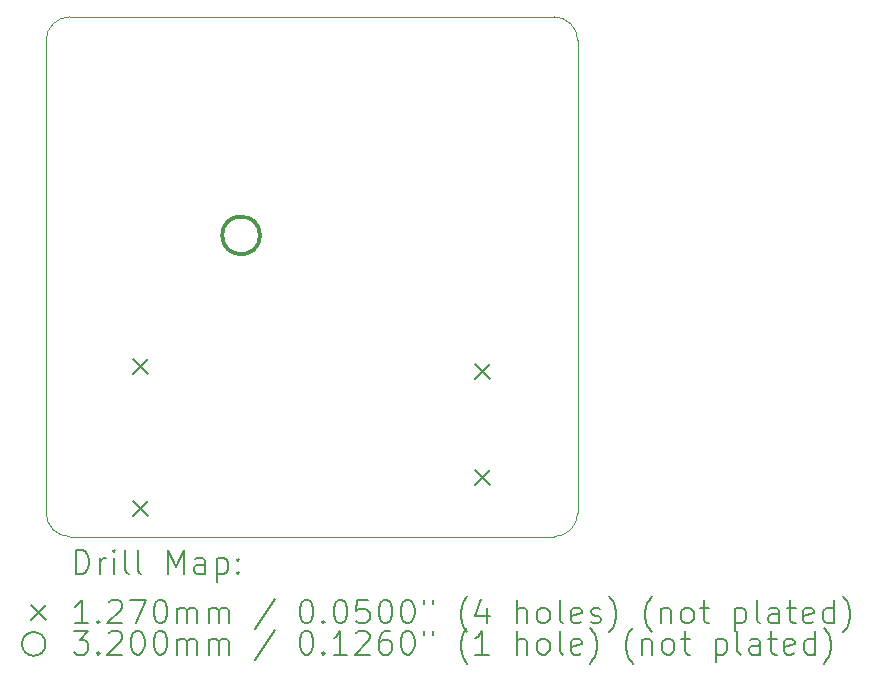
<source format=gbr>
%TF.GenerationSoftware,KiCad,Pcbnew,(6.0.7)*%
%TF.CreationDate,2022-12-11T16:44:10+01:00*%
%TF.ProjectId,StartStop_PCB,53746172-7453-4746-9f70-5f5043422e6b,rev?*%
%TF.SameCoordinates,Original*%
%TF.FileFunction,Drillmap*%
%TF.FilePolarity,Positive*%
%FSLAX45Y45*%
G04 Gerber Fmt 4.5, Leading zero omitted, Abs format (unit mm)*
G04 Created by KiCad (PCBNEW (6.0.7)) date 2022-12-11 16:44:10*
%MOMM*%
%LPD*%
G01*
G04 APERTURE LIST*
%ADD10C,0.100000*%
%ADD11C,0.200000*%
%ADD12C,0.127000*%
%ADD13C,0.320000*%
G04 APERTURE END LIST*
D10*
X14400000Y-8100000D02*
G75*
G03*
X14600000Y-7900000I0J200000D01*
G01*
X10300000Y-3700000D02*
G75*
G03*
X10100000Y-3900000I0J-200000D01*
G01*
X14600000Y-7900000D02*
X14600000Y-3900000D01*
X14400000Y-3700000D02*
X10300000Y-3700000D01*
X10100000Y-3900000D02*
X10100000Y-7900000D01*
X14600000Y-3900000D02*
G75*
G03*
X14400000Y-3700000I-200000J0D01*
G01*
X10100000Y-7900000D02*
G75*
G03*
X10300000Y-8100000I200000J0D01*
G01*
X10300000Y-8100000D02*
X14400000Y-8100000D01*
D11*
D12*
X10838600Y-6596100D02*
X10965600Y-6723100D01*
X10965600Y-6596100D02*
X10838600Y-6723100D01*
X10838600Y-7796100D02*
X10965600Y-7923100D01*
X10965600Y-7796100D02*
X10838600Y-7923100D01*
X13732500Y-6636600D02*
X13859500Y-6763600D01*
X13859500Y-6636600D02*
X13732500Y-6763600D01*
X13732500Y-7536600D02*
X13859500Y-7663600D01*
X13859500Y-7536600D02*
X13732500Y-7663600D01*
D13*
X11910000Y-5550000D02*
G75*
G03*
X11910000Y-5550000I-160000J0D01*
G01*
D11*
X10352619Y-8415476D02*
X10352619Y-8215476D01*
X10400238Y-8215476D01*
X10428810Y-8225000D01*
X10447857Y-8244048D01*
X10457381Y-8263095D01*
X10466905Y-8301190D01*
X10466905Y-8329762D01*
X10457381Y-8367857D01*
X10447857Y-8386905D01*
X10428810Y-8405952D01*
X10400238Y-8415476D01*
X10352619Y-8415476D01*
X10552619Y-8415476D02*
X10552619Y-8282143D01*
X10552619Y-8320238D02*
X10562143Y-8301190D01*
X10571667Y-8291667D01*
X10590714Y-8282143D01*
X10609762Y-8282143D01*
X10676429Y-8415476D02*
X10676429Y-8282143D01*
X10676429Y-8215476D02*
X10666905Y-8225000D01*
X10676429Y-8234524D01*
X10685952Y-8225000D01*
X10676429Y-8215476D01*
X10676429Y-8234524D01*
X10800238Y-8415476D02*
X10781190Y-8405952D01*
X10771667Y-8386905D01*
X10771667Y-8215476D01*
X10905000Y-8415476D02*
X10885952Y-8405952D01*
X10876429Y-8386905D01*
X10876429Y-8215476D01*
X11133571Y-8415476D02*
X11133571Y-8215476D01*
X11200238Y-8358333D01*
X11266905Y-8215476D01*
X11266905Y-8415476D01*
X11447857Y-8415476D02*
X11447857Y-8310714D01*
X11438333Y-8291667D01*
X11419286Y-8282143D01*
X11381190Y-8282143D01*
X11362143Y-8291667D01*
X11447857Y-8405952D02*
X11428809Y-8415476D01*
X11381190Y-8415476D01*
X11362143Y-8405952D01*
X11352619Y-8386905D01*
X11352619Y-8367857D01*
X11362143Y-8348809D01*
X11381190Y-8339286D01*
X11428809Y-8339286D01*
X11447857Y-8329762D01*
X11543095Y-8282143D02*
X11543095Y-8482143D01*
X11543095Y-8291667D02*
X11562143Y-8282143D01*
X11600238Y-8282143D01*
X11619286Y-8291667D01*
X11628809Y-8301190D01*
X11638333Y-8320238D01*
X11638333Y-8377381D01*
X11628809Y-8396429D01*
X11619286Y-8405952D01*
X11600238Y-8415476D01*
X11562143Y-8415476D01*
X11543095Y-8405952D01*
X11724048Y-8396429D02*
X11733571Y-8405952D01*
X11724048Y-8415476D01*
X11714524Y-8405952D01*
X11724048Y-8396429D01*
X11724048Y-8415476D01*
X11724048Y-8291667D02*
X11733571Y-8301190D01*
X11724048Y-8310714D01*
X11714524Y-8301190D01*
X11724048Y-8291667D01*
X11724048Y-8310714D01*
D12*
X9968000Y-8681500D02*
X10095000Y-8808500D01*
X10095000Y-8681500D02*
X9968000Y-8808500D01*
D11*
X10457381Y-8835476D02*
X10343095Y-8835476D01*
X10400238Y-8835476D02*
X10400238Y-8635476D01*
X10381190Y-8664048D01*
X10362143Y-8683095D01*
X10343095Y-8692619D01*
X10543095Y-8816429D02*
X10552619Y-8825952D01*
X10543095Y-8835476D01*
X10533571Y-8825952D01*
X10543095Y-8816429D01*
X10543095Y-8835476D01*
X10628810Y-8654524D02*
X10638333Y-8645000D01*
X10657381Y-8635476D01*
X10705000Y-8635476D01*
X10724048Y-8645000D01*
X10733571Y-8654524D01*
X10743095Y-8673571D01*
X10743095Y-8692619D01*
X10733571Y-8721190D01*
X10619286Y-8835476D01*
X10743095Y-8835476D01*
X10809762Y-8635476D02*
X10943095Y-8635476D01*
X10857381Y-8835476D01*
X11057381Y-8635476D02*
X11076429Y-8635476D01*
X11095476Y-8645000D01*
X11105000Y-8654524D01*
X11114524Y-8673571D01*
X11124048Y-8711667D01*
X11124048Y-8759286D01*
X11114524Y-8797381D01*
X11105000Y-8816429D01*
X11095476Y-8825952D01*
X11076429Y-8835476D01*
X11057381Y-8835476D01*
X11038333Y-8825952D01*
X11028810Y-8816429D01*
X11019286Y-8797381D01*
X11009762Y-8759286D01*
X11009762Y-8711667D01*
X11019286Y-8673571D01*
X11028810Y-8654524D01*
X11038333Y-8645000D01*
X11057381Y-8635476D01*
X11209762Y-8835476D02*
X11209762Y-8702143D01*
X11209762Y-8721190D02*
X11219286Y-8711667D01*
X11238333Y-8702143D01*
X11266905Y-8702143D01*
X11285952Y-8711667D01*
X11295476Y-8730714D01*
X11295476Y-8835476D01*
X11295476Y-8730714D02*
X11305000Y-8711667D01*
X11324048Y-8702143D01*
X11352619Y-8702143D01*
X11371667Y-8711667D01*
X11381190Y-8730714D01*
X11381190Y-8835476D01*
X11476428Y-8835476D02*
X11476428Y-8702143D01*
X11476428Y-8721190D02*
X11485952Y-8711667D01*
X11505000Y-8702143D01*
X11533571Y-8702143D01*
X11552619Y-8711667D01*
X11562143Y-8730714D01*
X11562143Y-8835476D01*
X11562143Y-8730714D02*
X11571667Y-8711667D01*
X11590714Y-8702143D01*
X11619286Y-8702143D01*
X11638333Y-8711667D01*
X11647857Y-8730714D01*
X11647857Y-8835476D01*
X12038333Y-8625952D02*
X11866905Y-8883095D01*
X12295476Y-8635476D02*
X12314524Y-8635476D01*
X12333571Y-8645000D01*
X12343095Y-8654524D01*
X12352619Y-8673571D01*
X12362143Y-8711667D01*
X12362143Y-8759286D01*
X12352619Y-8797381D01*
X12343095Y-8816429D01*
X12333571Y-8825952D01*
X12314524Y-8835476D01*
X12295476Y-8835476D01*
X12276428Y-8825952D01*
X12266905Y-8816429D01*
X12257381Y-8797381D01*
X12247857Y-8759286D01*
X12247857Y-8711667D01*
X12257381Y-8673571D01*
X12266905Y-8654524D01*
X12276428Y-8645000D01*
X12295476Y-8635476D01*
X12447857Y-8816429D02*
X12457381Y-8825952D01*
X12447857Y-8835476D01*
X12438333Y-8825952D01*
X12447857Y-8816429D01*
X12447857Y-8835476D01*
X12581190Y-8635476D02*
X12600238Y-8635476D01*
X12619286Y-8645000D01*
X12628809Y-8654524D01*
X12638333Y-8673571D01*
X12647857Y-8711667D01*
X12647857Y-8759286D01*
X12638333Y-8797381D01*
X12628809Y-8816429D01*
X12619286Y-8825952D01*
X12600238Y-8835476D01*
X12581190Y-8835476D01*
X12562143Y-8825952D01*
X12552619Y-8816429D01*
X12543095Y-8797381D01*
X12533571Y-8759286D01*
X12533571Y-8711667D01*
X12543095Y-8673571D01*
X12552619Y-8654524D01*
X12562143Y-8645000D01*
X12581190Y-8635476D01*
X12828809Y-8635476D02*
X12733571Y-8635476D01*
X12724048Y-8730714D01*
X12733571Y-8721190D01*
X12752619Y-8711667D01*
X12800238Y-8711667D01*
X12819286Y-8721190D01*
X12828809Y-8730714D01*
X12838333Y-8749762D01*
X12838333Y-8797381D01*
X12828809Y-8816429D01*
X12819286Y-8825952D01*
X12800238Y-8835476D01*
X12752619Y-8835476D01*
X12733571Y-8825952D01*
X12724048Y-8816429D01*
X12962143Y-8635476D02*
X12981190Y-8635476D01*
X13000238Y-8645000D01*
X13009762Y-8654524D01*
X13019286Y-8673571D01*
X13028809Y-8711667D01*
X13028809Y-8759286D01*
X13019286Y-8797381D01*
X13009762Y-8816429D01*
X13000238Y-8825952D01*
X12981190Y-8835476D01*
X12962143Y-8835476D01*
X12943095Y-8825952D01*
X12933571Y-8816429D01*
X12924048Y-8797381D01*
X12914524Y-8759286D01*
X12914524Y-8711667D01*
X12924048Y-8673571D01*
X12933571Y-8654524D01*
X12943095Y-8645000D01*
X12962143Y-8635476D01*
X13152619Y-8635476D02*
X13171667Y-8635476D01*
X13190714Y-8645000D01*
X13200238Y-8654524D01*
X13209762Y-8673571D01*
X13219286Y-8711667D01*
X13219286Y-8759286D01*
X13209762Y-8797381D01*
X13200238Y-8816429D01*
X13190714Y-8825952D01*
X13171667Y-8835476D01*
X13152619Y-8835476D01*
X13133571Y-8825952D01*
X13124048Y-8816429D01*
X13114524Y-8797381D01*
X13105000Y-8759286D01*
X13105000Y-8711667D01*
X13114524Y-8673571D01*
X13124048Y-8654524D01*
X13133571Y-8645000D01*
X13152619Y-8635476D01*
X13295476Y-8635476D02*
X13295476Y-8673571D01*
X13371667Y-8635476D02*
X13371667Y-8673571D01*
X13666905Y-8911667D02*
X13657381Y-8902143D01*
X13638333Y-8873571D01*
X13628809Y-8854524D01*
X13619286Y-8825952D01*
X13609762Y-8778333D01*
X13609762Y-8740238D01*
X13619286Y-8692619D01*
X13628809Y-8664048D01*
X13638333Y-8645000D01*
X13657381Y-8616429D01*
X13666905Y-8606905D01*
X13828809Y-8702143D02*
X13828809Y-8835476D01*
X13781190Y-8625952D02*
X13733571Y-8768810D01*
X13857381Y-8768810D01*
X14085952Y-8835476D02*
X14085952Y-8635476D01*
X14171667Y-8835476D02*
X14171667Y-8730714D01*
X14162143Y-8711667D01*
X14143095Y-8702143D01*
X14114524Y-8702143D01*
X14095476Y-8711667D01*
X14085952Y-8721190D01*
X14295476Y-8835476D02*
X14276428Y-8825952D01*
X14266905Y-8816429D01*
X14257381Y-8797381D01*
X14257381Y-8740238D01*
X14266905Y-8721190D01*
X14276428Y-8711667D01*
X14295476Y-8702143D01*
X14324048Y-8702143D01*
X14343095Y-8711667D01*
X14352619Y-8721190D01*
X14362143Y-8740238D01*
X14362143Y-8797381D01*
X14352619Y-8816429D01*
X14343095Y-8825952D01*
X14324048Y-8835476D01*
X14295476Y-8835476D01*
X14476428Y-8835476D02*
X14457381Y-8825952D01*
X14447857Y-8806905D01*
X14447857Y-8635476D01*
X14628809Y-8825952D02*
X14609762Y-8835476D01*
X14571667Y-8835476D01*
X14552619Y-8825952D01*
X14543095Y-8806905D01*
X14543095Y-8730714D01*
X14552619Y-8711667D01*
X14571667Y-8702143D01*
X14609762Y-8702143D01*
X14628809Y-8711667D01*
X14638333Y-8730714D01*
X14638333Y-8749762D01*
X14543095Y-8768810D01*
X14714524Y-8825952D02*
X14733571Y-8835476D01*
X14771667Y-8835476D01*
X14790714Y-8825952D01*
X14800238Y-8806905D01*
X14800238Y-8797381D01*
X14790714Y-8778333D01*
X14771667Y-8768810D01*
X14743095Y-8768810D01*
X14724048Y-8759286D01*
X14714524Y-8740238D01*
X14714524Y-8730714D01*
X14724048Y-8711667D01*
X14743095Y-8702143D01*
X14771667Y-8702143D01*
X14790714Y-8711667D01*
X14866905Y-8911667D02*
X14876428Y-8902143D01*
X14895476Y-8873571D01*
X14905000Y-8854524D01*
X14914524Y-8825952D01*
X14924048Y-8778333D01*
X14924048Y-8740238D01*
X14914524Y-8692619D01*
X14905000Y-8664048D01*
X14895476Y-8645000D01*
X14876428Y-8616429D01*
X14866905Y-8606905D01*
X15228809Y-8911667D02*
X15219286Y-8902143D01*
X15200238Y-8873571D01*
X15190714Y-8854524D01*
X15181190Y-8825952D01*
X15171667Y-8778333D01*
X15171667Y-8740238D01*
X15181190Y-8692619D01*
X15190714Y-8664048D01*
X15200238Y-8645000D01*
X15219286Y-8616429D01*
X15228809Y-8606905D01*
X15305000Y-8702143D02*
X15305000Y-8835476D01*
X15305000Y-8721190D02*
X15314524Y-8711667D01*
X15333571Y-8702143D01*
X15362143Y-8702143D01*
X15381190Y-8711667D01*
X15390714Y-8730714D01*
X15390714Y-8835476D01*
X15514524Y-8835476D02*
X15495476Y-8825952D01*
X15485952Y-8816429D01*
X15476428Y-8797381D01*
X15476428Y-8740238D01*
X15485952Y-8721190D01*
X15495476Y-8711667D01*
X15514524Y-8702143D01*
X15543095Y-8702143D01*
X15562143Y-8711667D01*
X15571667Y-8721190D01*
X15581190Y-8740238D01*
X15581190Y-8797381D01*
X15571667Y-8816429D01*
X15562143Y-8825952D01*
X15543095Y-8835476D01*
X15514524Y-8835476D01*
X15638333Y-8702143D02*
X15714524Y-8702143D01*
X15666905Y-8635476D02*
X15666905Y-8806905D01*
X15676428Y-8825952D01*
X15695476Y-8835476D01*
X15714524Y-8835476D01*
X15933571Y-8702143D02*
X15933571Y-8902143D01*
X15933571Y-8711667D02*
X15952619Y-8702143D01*
X15990714Y-8702143D01*
X16009762Y-8711667D01*
X16019286Y-8721190D01*
X16028809Y-8740238D01*
X16028809Y-8797381D01*
X16019286Y-8816429D01*
X16009762Y-8825952D01*
X15990714Y-8835476D01*
X15952619Y-8835476D01*
X15933571Y-8825952D01*
X16143095Y-8835476D02*
X16124048Y-8825952D01*
X16114524Y-8806905D01*
X16114524Y-8635476D01*
X16305000Y-8835476D02*
X16305000Y-8730714D01*
X16295476Y-8711667D01*
X16276428Y-8702143D01*
X16238333Y-8702143D01*
X16219286Y-8711667D01*
X16305000Y-8825952D02*
X16285952Y-8835476D01*
X16238333Y-8835476D01*
X16219286Y-8825952D01*
X16209762Y-8806905D01*
X16209762Y-8787857D01*
X16219286Y-8768810D01*
X16238333Y-8759286D01*
X16285952Y-8759286D01*
X16305000Y-8749762D01*
X16371667Y-8702143D02*
X16447857Y-8702143D01*
X16400238Y-8635476D02*
X16400238Y-8806905D01*
X16409762Y-8825952D01*
X16428809Y-8835476D01*
X16447857Y-8835476D01*
X16590714Y-8825952D02*
X16571667Y-8835476D01*
X16533571Y-8835476D01*
X16514524Y-8825952D01*
X16505000Y-8806905D01*
X16505000Y-8730714D01*
X16514524Y-8711667D01*
X16533571Y-8702143D01*
X16571667Y-8702143D01*
X16590714Y-8711667D01*
X16600238Y-8730714D01*
X16600238Y-8749762D01*
X16505000Y-8768810D01*
X16771667Y-8835476D02*
X16771667Y-8635476D01*
X16771667Y-8825952D02*
X16752619Y-8835476D01*
X16714524Y-8835476D01*
X16695476Y-8825952D01*
X16685952Y-8816429D01*
X16676428Y-8797381D01*
X16676428Y-8740238D01*
X16685952Y-8721190D01*
X16695476Y-8711667D01*
X16714524Y-8702143D01*
X16752619Y-8702143D01*
X16771667Y-8711667D01*
X16847857Y-8911667D02*
X16857381Y-8902143D01*
X16876429Y-8873571D01*
X16885952Y-8854524D01*
X16895476Y-8825952D01*
X16905000Y-8778333D01*
X16905000Y-8740238D01*
X16895476Y-8692619D01*
X16885952Y-8664048D01*
X16876429Y-8645000D01*
X16857381Y-8616429D01*
X16847857Y-8606905D01*
X10095000Y-9009000D02*
G75*
G03*
X10095000Y-9009000I-100000J0D01*
G01*
X10333571Y-8899476D02*
X10457381Y-8899476D01*
X10390714Y-8975667D01*
X10419286Y-8975667D01*
X10438333Y-8985190D01*
X10447857Y-8994714D01*
X10457381Y-9013762D01*
X10457381Y-9061381D01*
X10447857Y-9080429D01*
X10438333Y-9089952D01*
X10419286Y-9099476D01*
X10362143Y-9099476D01*
X10343095Y-9089952D01*
X10333571Y-9080429D01*
X10543095Y-9080429D02*
X10552619Y-9089952D01*
X10543095Y-9099476D01*
X10533571Y-9089952D01*
X10543095Y-9080429D01*
X10543095Y-9099476D01*
X10628810Y-8918524D02*
X10638333Y-8909000D01*
X10657381Y-8899476D01*
X10705000Y-8899476D01*
X10724048Y-8909000D01*
X10733571Y-8918524D01*
X10743095Y-8937571D01*
X10743095Y-8956619D01*
X10733571Y-8985190D01*
X10619286Y-9099476D01*
X10743095Y-9099476D01*
X10866905Y-8899476D02*
X10885952Y-8899476D01*
X10905000Y-8909000D01*
X10914524Y-8918524D01*
X10924048Y-8937571D01*
X10933571Y-8975667D01*
X10933571Y-9023286D01*
X10924048Y-9061381D01*
X10914524Y-9080429D01*
X10905000Y-9089952D01*
X10885952Y-9099476D01*
X10866905Y-9099476D01*
X10847857Y-9089952D01*
X10838333Y-9080429D01*
X10828810Y-9061381D01*
X10819286Y-9023286D01*
X10819286Y-8975667D01*
X10828810Y-8937571D01*
X10838333Y-8918524D01*
X10847857Y-8909000D01*
X10866905Y-8899476D01*
X11057381Y-8899476D02*
X11076429Y-8899476D01*
X11095476Y-8909000D01*
X11105000Y-8918524D01*
X11114524Y-8937571D01*
X11124048Y-8975667D01*
X11124048Y-9023286D01*
X11114524Y-9061381D01*
X11105000Y-9080429D01*
X11095476Y-9089952D01*
X11076429Y-9099476D01*
X11057381Y-9099476D01*
X11038333Y-9089952D01*
X11028810Y-9080429D01*
X11019286Y-9061381D01*
X11009762Y-9023286D01*
X11009762Y-8975667D01*
X11019286Y-8937571D01*
X11028810Y-8918524D01*
X11038333Y-8909000D01*
X11057381Y-8899476D01*
X11209762Y-9099476D02*
X11209762Y-8966143D01*
X11209762Y-8985190D02*
X11219286Y-8975667D01*
X11238333Y-8966143D01*
X11266905Y-8966143D01*
X11285952Y-8975667D01*
X11295476Y-8994714D01*
X11295476Y-9099476D01*
X11295476Y-8994714D02*
X11305000Y-8975667D01*
X11324048Y-8966143D01*
X11352619Y-8966143D01*
X11371667Y-8975667D01*
X11381190Y-8994714D01*
X11381190Y-9099476D01*
X11476428Y-9099476D02*
X11476428Y-8966143D01*
X11476428Y-8985190D02*
X11485952Y-8975667D01*
X11505000Y-8966143D01*
X11533571Y-8966143D01*
X11552619Y-8975667D01*
X11562143Y-8994714D01*
X11562143Y-9099476D01*
X11562143Y-8994714D02*
X11571667Y-8975667D01*
X11590714Y-8966143D01*
X11619286Y-8966143D01*
X11638333Y-8975667D01*
X11647857Y-8994714D01*
X11647857Y-9099476D01*
X12038333Y-8889952D02*
X11866905Y-9147095D01*
X12295476Y-8899476D02*
X12314524Y-8899476D01*
X12333571Y-8909000D01*
X12343095Y-8918524D01*
X12352619Y-8937571D01*
X12362143Y-8975667D01*
X12362143Y-9023286D01*
X12352619Y-9061381D01*
X12343095Y-9080429D01*
X12333571Y-9089952D01*
X12314524Y-9099476D01*
X12295476Y-9099476D01*
X12276428Y-9089952D01*
X12266905Y-9080429D01*
X12257381Y-9061381D01*
X12247857Y-9023286D01*
X12247857Y-8975667D01*
X12257381Y-8937571D01*
X12266905Y-8918524D01*
X12276428Y-8909000D01*
X12295476Y-8899476D01*
X12447857Y-9080429D02*
X12457381Y-9089952D01*
X12447857Y-9099476D01*
X12438333Y-9089952D01*
X12447857Y-9080429D01*
X12447857Y-9099476D01*
X12647857Y-9099476D02*
X12533571Y-9099476D01*
X12590714Y-9099476D02*
X12590714Y-8899476D01*
X12571667Y-8928048D01*
X12552619Y-8947095D01*
X12533571Y-8956619D01*
X12724048Y-8918524D02*
X12733571Y-8909000D01*
X12752619Y-8899476D01*
X12800238Y-8899476D01*
X12819286Y-8909000D01*
X12828809Y-8918524D01*
X12838333Y-8937571D01*
X12838333Y-8956619D01*
X12828809Y-8985190D01*
X12714524Y-9099476D01*
X12838333Y-9099476D01*
X13009762Y-8899476D02*
X12971667Y-8899476D01*
X12952619Y-8909000D01*
X12943095Y-8918524D01*
X12924048Y-8947095D01*
X12914524Y-8985190D01*
X12914524Y-9061381D01*
X12924048Y-9080429D01*
X12933571Y-9089952D01*
X12952619Y-9099476D01*
X12990714Y-9099476D01*
X13009762Y-9089952D01*
X13019286Y-9080429D01*
X13028809Y-9061381D01*
X13028809Y-9013762D01*
X13019286Y-8994714D01*
X13009762Y-8985190D01*
X12990714Y-8975667D01*
X12952619Y-8975667D01*
X12933571Y-8985190D01*
X12924048Y-8994714D01*
X12914524Y-9013762D01*
X13152619Y-8899476D02*
X13171667Y-8899476D01*
X13190714Y-8909000D01*
X13200238Y-8918524D01*
X13209762Y-8937571D01*
X13219286Y-8975667D01*
X13219286Y-9023286D01*
X13209762Y-9061381D01*
X13200238Y-9080429D01*
X13190714Y-9089952D01*
X13171667Y-9099476D01*
X13152619Y-9099476D01*
X13133571Y-9089952D01*
X13124048Y-9080429D01*
X13114524Y-9061381D01*
X13105000Y-9023286D01*
X13105000Y-8975667D01*
X13114524Y-8937571D01*
X13124048Y-8918524D01*
X13133571Y-8909000D01*
X13152619Y-8899476D01*
X13295476Y-8899476D02*
X13295476Y-8937571D01*
X13371667Y-8899476D02*
X13371667Y-8937571D01*
X13666905Y-9175667D02*
X13657381Y-9166143D01*
X13638333Y-9137571D01*
X13628809Y-9118524D01*
X13619286Y-9089952D01*
X13609762Y-9042333D01*
X13609762Y-9004238D01*
X13619286Y-8956619D01*
X13628809Y-8928048D01*
X13638333Y-8909000D01*
X13657381Y-8880429D01*
X13666905Y-8870905D01*
X13847857Y-9099476D02*
X13733571Y-9099476D01*
X13790714Y-9099476D02*
X13790714Y-8899476D01*
X13771667Y-8928048D01*
X13752619Y-8947095D01*
X13733571Y-8956619D01*
X14085952Y-9099476D02*
X14085952Y-8899476D01*
X14171667Y-9099476D02*
X14171667Y-8994714D01*
X14162143Y-8975667D01*
X14143095Y-8966143D01*
X14114524Y-8966143D01*
X14095476Y-8975667D01*
X14085952Y-8985190D01*
X14295476Y-9099476D02*
X14276428Y-9089952D01*
X14266905Y-9080429D01*
X14257381Y-9061381D01*
X14257381Y-9004238D01*
X14266905Y-8985190D01*
X14276428Y-8975667D01*
X14295476Y-8966143D01*
X14324048Y-8966143D01*
X14343095Y-8975667D01*
X14352619Y-8985190D01*
X14362143Y-9004238D01*
X14362143Y-9061381D01*
X14352619Y-9080429D01*
X14343095Y-9089952D01*
X14324048Y-9099476D01*
X14295476Y-9099476D01*
X14476428Y-9099476D02*
X14457381Y-9089952D01*
X14447857Y-9070905D01*
X14447857Y-8899476D01*
X14628809Y-9089952D02*
X14609762Y-9099476D01*
X14571667Y-9099476D01*
X14552619Y-9089952D01*
X14543095Y-9070905D01*
X14543095Y-8994714D01*
X14552619Y-8975667D01*
X14571667Y-8966143D01*
X14609762Y-8966143D01*
X14628809Y-8975667D01*
X14638333Y-8994714D01*
X14638333Y-9013762D01*
X14543095Y-9032810D01*
X14705000Y-9175667D02*
X14714524Y-9166143D01*
X14733571Y-9137571D01*
X14743095Y-9118524D01*
X14752619Y-9089952D01*
X14762143Y-9042333D01*
X14762143Y-9004238D01*
X14752619Y-8956619D01*
X14743095Y-8928048D01*
X14733571Y-8909000D01*
X14714524Y-8880429D01*
X14705000Y-8870905D01*
X15066905Y-9175667D02*
X15057381Y-9166143D01*
X15038333Y-9137571D01*
X15028809Y-9118524D01*
X15019286Y-9089952D01*
X15009762Y-9042333D01*
X15009762Y-9004238D01*
X15019286Y-8956619D01*
X15028809Y-8928048D01*
X15038333Y-8909000D01*
X15057381Y-8880429D01*
X15066905Y-8870905D01*
X15143095Y-8966143D02*
X15143095Y-9099476D01*
X15143095Y-8985190D02*
X15152619Y-8975667D01*
X15171667Y-8966143D01*
X15200238Y-8966143D01*
X15219286Y-8975667D01*
X15228809Y-8994714D01*
X15228809Y-9099476D01*
X15352619Y-9099476D02*
X15333571Y-9089952D01*
X15324048Y-9080429D01*
X15314524Y-9061381D01*
X15314524Y-9004238D01*
X15324048Y-8985190D01*
X15333571Y-8975667D01*
X15352619Y-8966143D01*
X15381190Y-8966143D01*
X15400238Y-8975667D01*
X15409762Y-8985190D01*
X15419286Y-9004238D01*
X15419286Y-9061381D01*
X15409762Y-9080429D01*
X15400238Y-9089952D01*
X15381190Y-9099476D01*
X15352619Y-9099476D01*
X15476428Y-8966143D02*
X15552619Y-8966143D01*
X15505000Y-8899476D02*
X15505000Y-9070905D01*
X15514524Y-9089952D01*
X15533571Y-9099476D01*
X15552619Y-9099476D01*
X15771667Y-8966143D02*
X15771667Y-9166143D01*
X15771667Y-8975667D02*
X15790714Y-8966143D01*
X15828809Y-8966143D01*
X15847857Y-8975667D01*
X15857381Y-8985190D01*
X15866905Y-9004238D01*
X15866905Y-9061381D01*
X15857381Y-9080429D01*
X15847857Y-9089952D01*
X15828809Y-9099476D01*
X15790714Y-9099476D01*
X15771667Y-9089952D01*
X15981190Y-9099476D02*
X15962143Y-9089952D01*
X15952619Y-9070905D01*
X15952619Y-8899476D01*
X16143095Y-9099476D02*
X16143095Y-8994714D01*
X16133571Y-8975667D01*
X16114524Y-8966143D01*
X16076428Y-8966143D01*
X16057381Y-8975667D01*
X16143095Y-9089952D02*
X16124048Y-9099476D01*
X16076428Y-9099476D01*
X16057381Y-9089952D01*
X16047857Y-9070905D01*
X16047857Y-9051857D01*
X16057381Y-9032810D01*
X16076428Y-9023286D01*
X16124048Y-9023286D01*
X16143095Y-9013762D01*
X16209762Y-8966143D02*
X16285952Y-8966143D01*
X16238333Y-8899476D02*
X16238333Y-9070905D01*
X16247857Y-9089952D01*
X16266905Y-9099476D01*
X16285952Y-9099476D01*
X16428809Y-9089952D02*
X16409762Y-9099476D01*
X16371667Y-9099476D01*
X16352619Y-9089952D01*
X16343095Y-9070905D01*
X16343095Y-8994714D01*
X16352619Y-8975667D01*
X16371667Y-8966143D01*
X16409762Y-8966143D01*
X16428809Y-8975667D01*
X16438333Y-8994714D01*
X16438333Y-9013762D01*
X16343095Y-9032810D01*
X16609762Y-9099476D02*
X16609762Y-8899476D01*
X16609762Y-9089952D02*
X16590714Y-9099476D01*
X16552619Y-9099476D01*
X16533571Y-9089952D01*
X16524048Y-9080429D01*
X16514524Y-9061381D01*
X16514524Y-9004238D01*
X16524048Y-8985190D01*
X16533571Y-8975667D01*
X16552619Y-8966143D01*
X16590714Y-8966143D01*
X16609762Y-8975667D01*
X16685952Y-9175667D02*
X16695476Y-9166143D01*
X16714524Y-9137571D01*
X16724048Y-9118524D01*
X16733571Y-9089952D01*
X16743095Y-9042333D01*
X16743095Y-9004238D01*
X16733571Y-8956619D01*
X16724048Y-8928048D01*
X16714524Y-8909000D01*
X16695476Y-8880429D01*
X16685952Y-8870905D01*
M02*

</source>
